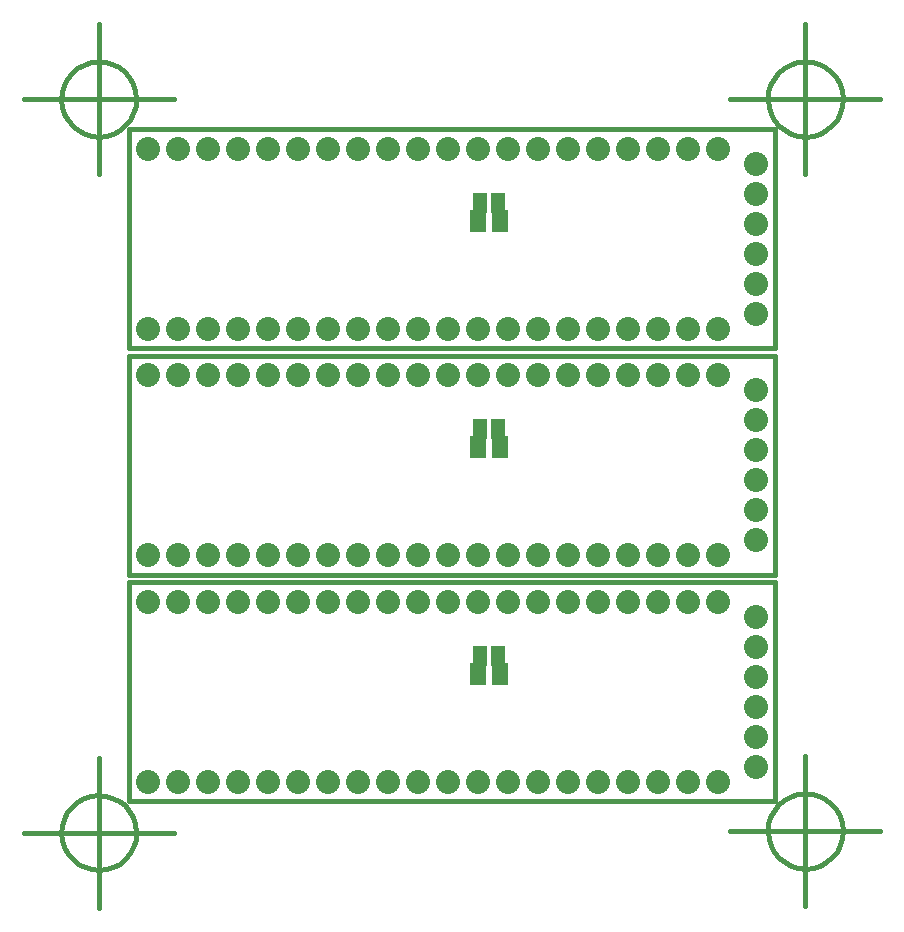
<source format=gbs>
G04 (created by PCBNEW-RS274X (2010-03-14)-final) date dom 30 oct 2011 23:58:25 ART*
G01*
G70*
G90*
%MOIN*%
G04 Gerber Fmt 3.4, Leading zero omitted, Abs format*
%FSLAX34Y34*%
G04 APERTURE LIST*
%ADD10C,0.000000*%
%ADD11C,0.015000*%
%ADD12R,0.055000X0.075000*%
%ADD13R,0.045000X0.065000*%
%ADD14O,0.080000X0.080000*%
G04 APERTURE END LIST*
G54D10*
G54D11*
X79150Y-29750D02*
X79126Y-29992D01*
X79055Y-30226D01*
X78941Y-30441D01*
X78786Y-30630D01*
X78598Y-30786D01*
X78384Y-30902D01*
X78151Y-30974D01*
X77908Y-30999D01*
X77666Y-30977D01*
X77432Y-30908D01*
X77216Y-30795D01*
X77026Y-30643D01*
X76869Y-30456D01*
X76752Y-30242D01*
X76678Y-30009D01*
X76651Y-29767D01*
X76671Y-29525D01*
X76738Y-29290D01*
X76850Y-29073D01*
X77001Y-28882D01*
X77187Y-28724D01*
X77400Y-28605D01*
X77632Y-28530D01*
X77874Y-28501D01*
X78117Y-28519D01*
X78352Y-28585D01*
X78569Y-28695D01*
X78762Y-28845D01*
X78921Y-29030D01*
X79041Y-29242D01*
X79118Y-29474D01*
X79149Y-29716D01*
X79150Y-29750D01*
X75400Y-29750D02*
X80400Y-29750D01*
X77900Y-27250D02*
X77900Y-32250D01*
X79150Y-54150D02*
X79126Y-54392D01*
X79055Y-54626D01*
X78941Y-54841D01*
X78786Y-55030D01*
X78598Y-55186D01*
X78384Y-55302D01*
X78151Y-55374D01*
X77908Y-55399D01*
X77666Y-55377D01*
X77432Y-55308D01*
X77216Y-55195D01*
X77026Y-55043D01*
X76869Y-54856D01*
X76752Y-54642D01*
X76678Y-54409D01*
X76651Y-54167D01*
X76671Y-53925D01*
X76738Y-53690D01*
X76850Y-53473D01*
X77001Y-53282D01*
X77187Y-53124D01*
X77400Y-53005D01*
X77632Y-52930D01*
X77874Y-52901D01*
X78117Y-52919D01*
X78352Y-52985D01*
X78569Y-53095D01*
X78762Y-53245D01*
X78921Y-53430D01*
X79041Y-53642D01*
X79118Y-53874D01*
X79149Y-54116D01*
X79150Y-54150D01*
X75400Y-54150D02*
X80400Y-54150D01*
X77900Y-51650D02*
X77900Y-56650D01*
X55600Y-54200D02*
X55576Y-54442D01*
X55505Y-54676D01*
X55391Y-54891D01*
X55236Y-55080D01*
X55048Y-55236D01*
X54834Y-55352D01*
X54601Y-55424D01*
X54358Y-55449D01*
X54116Y-55427D01*
X53882Y-55358D01*
X53666Y-55245D01*
X53476Y-55093D01*
X53319Y-54906D01*
X53202Y-54692D01*
X53128Y-54459D01*
X53101Y-54217D01*
X53121Y-53975D01*
X53188Y-53740D01*
X53300Y-53523D01*
X53451Y-53332D01*
X53637Y-53174D01*
X53850Y-53055D01*
X54082Y-52980D01*
X54324Y-52951D01*
X54567Y-52969D01*
X54802Y-53035D01*
X55019Y-53145D01*
X55212Y-53295D01*
X55371Y-53480D01*
X55491Y-53692D01*
X55568Y-53924D01*
X55599Y-54166D01*
X55600Y-54200D01*
X51850Y-54200D02*
X56850Y-54200D01*
X54350Y-51700D02*
X54350Y-56700D01*
X55600Y-29750D02*
X55576Y-29992D01*
X55505Y-30226D01*
X55391Y-30441D01*
X55236Y-30630D01*
X55048Y-30786D01*
X54834Y-30902D01*
X54601Y-30974D01*
X54358Y-30999D01*
X54116Y-30977D01*
X53882Y-30908D01*
X53666Y-30795D01*
X53476Y-30643D01*
X53319Y-30456D01*
X53202Y-30242D01*
X53128Y-30009D01*
X53101Y-29767D01*
X53121Y-29525D01*
X53188Y-29290D01*
X53300Y-29073D01*
X53451Y-28882D01*
X53637Y-28724D01*
X53850Y-28605D01*
X54082Y-28530D01*
X54324Y-28501D01*
X54567Y-28519D01*
X54802Y-28585D01*
X55019Y-28695D01*
X55212Y-28845D01*
X55371Y-29030D01*
X55491Y-29242D01*
X55568Y-29474D01*
X55599Y-29716D01*
X55600Y-29750D01*
X51850Y-29750D02*
X56850Y-29750D01*
X54350Y-27250D02*
X54350Y-32250D01*
X76900Y-45850D02*
X76900Y-53150D01*
X76900Y-53150D02*
X55350Y-53150D01*
X55350Y-53150D02*
X55350Y-45850D01*
X55350Y-45850D02*
X76900Y-45850D01*
X55350Y-38300D02*
X76900Y-38300D01*
X55350Y-45600D02*
X55350Y-38300D01*
X76900Y-45600D02*
X55350Y-45600D01*
X76900Y-38300D02*
X76900Y-45600D01*
X55350Y-30750D02*
X76900Y-30750D01*
X55350Y-38050D02*
X55350Y-30750D01*
X76900Y-38050D02*
X55350Y-38050D01*
X76900Y-30750D02*
X76900Y-38050D01*
G54D12*
X67725Y-48900D03*
X66975Y-48900D03*
G54D13*
X67650Y-48300D03*
X67050Y-48300D03*
G54D14*
X56000Y-52500D03*
X57000Y-52500D03*
X58000Y-52500D03*
X59000Y-52500D03*
X60000Y-52500D03*
X61000Y-52500D03*
X62000Y-52500D03*
X63000Y-52500D03*
X64000Y-52500D03*
X65000Y-52500D03*
X66000Y-52500D03*
X67000Y-52500D03*
X68000Y-52500D03*
X69000Y-52500D03*
X70000Y-52500D03*
X71000Y-52500D03*
X72000Y-52500D03*
X73000Y-52500D03*
X74000Y-52500D03*
X75000Y-52500D03*
X56000Y-46500D03*
X57000Y-46500D03*
X58000Y-46500D03*
X59000Y-46500D03*
X60000Y-46500D03*
X61000Y-46500D03*
X62000Y-46500D03*
X63000Y-46500D03*
X64000Y-46500D03*
X65000Y-46500D03*
X66000Y-46500D03*
X67000Y-46500D03*
X68000Y-46500D03*
X69000Y-46500D03*
X70000Y-46500D03*
X71000Y-46500D03*
X72000Y-46500D03*
X73000Y-46500D03*
X74000Y-46500D03*
X75000Y-46500D03*
X76250Y-47000D03*
X76250Y-48000D03*
X76250Y-49000D03*
X76250Y-50000D03*
X76250Y-51000D03*
X76250Y-52000D03*
X76250Y-39450D03*
X76250Y-40450D03*
X76250Y-41450D03*
X76250Y-42450D03*
X76250Y-43450D03*
X76250Y-44450D03*
X56000Y-38950D03*
X57000Y-38950D03*
X58000Y-38950D03*
X59000Y-38950D03*
X60000Y-38950D03*
X61000Y-38950D03*
X62000Y-38950D03*
X63000Y-38950D03*
X64000Y-38950D03*
X65000Y-38950D03*
X66000Y-38950D03*
X67000Y-38950D03*
X68000Y-38950D03*
X69000Y-38950D03*
X70000Y-38950D03*
X71000Y-38950D03*
X72000Y-38950D03*
X73000Y-38950D03*
X74000Y-38950D03*
X75000Y-38950D03*
X56000Y-44950D03*
X57000Y-44950D03*
X58000Y-44950D03*
X59000Y-44950D03*
X60000Y-44950D03*
X61000Y-44950D03*
X62000Y-44950D03*
X63000Y-44950D03*
X64000Y-44950D03*
X65000Y-44950D03*
X66000Y-44950D03*
X67000Y-44950D03*
X68000Y-44950D03*
X69000Y-44950D03*
X70000Y-44950D03*
X71000Y-44950D03*
X72000Y-44950D03*
X73000Y-44950D03*
X74000Y-44950D03*
X75000Y-44950D03*
G54D13*
X67650Y-40750D03*
X67050Y-40750D03*
G54D12*
X67725Y-41350D03*
X66975Y-41350D03*
G54D14*
X76250Y-31900D03*
X76250Y-32900D03*
X76250Y-33900D03*
X76250Y-34900D03*
X76250Y-35900D03*
X76250Y-36900D03*
X56000Y-31400D03*
X57000Y-31400D03*
X58000Y-31400D03*
X59000Y-31400D03*
X60000Y-31400D03*
X61000Y-31400D03*
X62000Y-31400D03*
X63000Y-31400D03*
X64000Y-31400D03*
X65000Y-31400D03*
X66000Y-31400D03*
X67000Y-31400D03*
X68000Y-31400D03*
X69000Y-31400D03*
X70000Y-31400D03*
X71000Y-31400D03*
X72000Y-31400D03*
X73000Y-31400D03*
X74000Y-31400D03*
X75000Y-31400D03*
X56000Y-37400D03*
X57000Y-37400D03*
X58000Y-37400D03*
X59000Y-37400D03*
X60000Y-37400D03*
X61000Y-37400D03*
X62000Y-37400D03*
X63000Y-37400D03*
X64000Y-37400D03*
X65000Y-37400D03*
X66000Y-37400D03*
X67000Y-37400D03*
X68000Y-37400D03*
X69000Y-37400D03*
X70000Y-37400D03*
X71000Y-37400D03*
X72000Y-37400D03*
X73000Y-37400D03*
X74000Y-37400D03*
X75000Y-37400D03*
G54D13*
X67650Y-33200D03*
X67050Y-33200D03*
G54D12*
X67725Y-33800D03*
X66975Y-33800D03*
M02*

</source>
